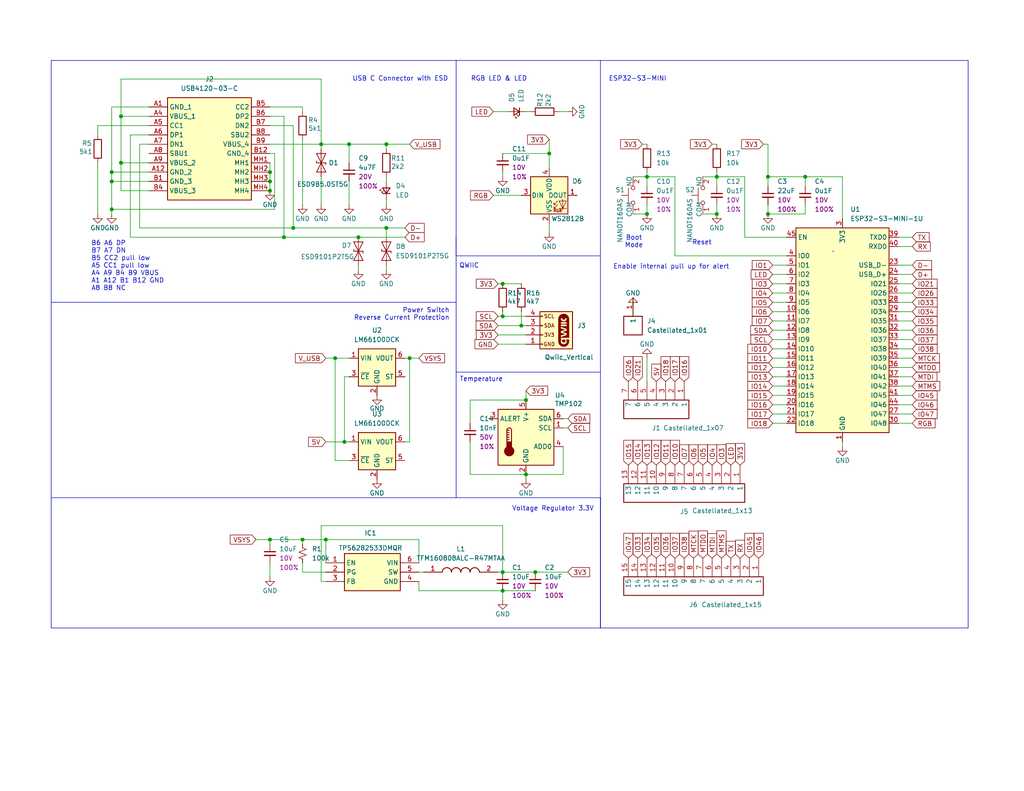
<source format=kicad_sch>
(kicad_sch (version 20250114) (generator "eeschema") (generator_version "9.0")
  (paper "USLetter")
  (title_block (title "ESP32-S3-MINI") (date "2026-02-08") (rev "1.0") (comment 1 "Urs Utzinger"))
  (circle (center 227.33 68.58) (radius 0.0001))
  (text "Voltage Regulator 3.3V" (at 150.876 138.938 0) (effects (font (size 1.27 1.27))))
  (text "Boot\nMode" (at 172.974 66.04 0) (effects (font (size 1.27 1.27))))
  (text "ESP32-S3-MINI" (at 173.99 21.59 0) (effects (font (size 1.27 1.27))))
  (text "Power Switch\nReverse Current Protection" (at 122.682 85.852 0) (effects (font (size 1.27 1.27)) (justify right)))
  (text "Temperature" (at 131.318 103.632 0) (effects (font (size 1.27 1.27))))
  (text "RGB LED & LED" (at 136.144 21.59 0) (effects (font (size 1.27 1.27))))
  (text "Reset" (at 191.516 66.294 0) (effects (font (size 1.27 1.27))))
  (text "Enable internal pull up for alert" (at 183.134 72.898 0) (effects (font (size 1.27 1.27))))
  (text "B6 A6 DP\nB7 A7 DN\nB5 CC2 pull low\nA5 CC1 pull low\nA4 A9 B4 B9 VBUS\nA1 A12 B1 B12 GND\nA8 B8 NC\n" (at 24.892 72.644 0) (effects (font (size 1.27 1.27)) (justify left)))
  (text "USB C Connector with ESD" (at 109.22 21.59 0) (effects (font (size 1.27 1.27))))
  (text "QWIIC\n" (at 128.016 72.644 0) (effects (font (size 1.27 1.27))))
  (junction (at 73.66 147.32))
  (junction (at 105.41 62.23))
  (junction (at 143.51 129.54))
  (junction (at 95.25 39.37))
  (junction (at 82.55 147.32))
  (junction (at 195.58 48.26))
  (junction (at 33.02 31.75))
  (junction (at 105.41 39.37))
  (junction (at 77.47 64.77))
  (junction (at 111.76 97.79))
  (junction (at 219.71 48.26))
  (junction (at 30.48 46.99))
  (junction (at 137.16 161.29))
  (junction (at 30.48 49.53))
  (junction (at 176.53 58.42))
  (junction (at 33.02 44.45))
  (junction (at 146.05 156.21))
  (junction (at 93.98 120.65))
  (junction (at 73.66 52.07))
  (junction (at 137.16 156.21))
  (junction (at 143.51 109.22))
  (junction (at 97.79 64.77))
  (junction (at 80.01 62.23))
  (junction (at 88.9 147.32))
  (junction (at 195.58 58.42))
  (junction (at 87.63 39.37))
  (junction (at 73.66 46.99))
  (junction (at 137.16 77.47))
  (junction (at 30.48 57.15))
  (junction (at 142.24 88.9))
  (junction (at 149.86 41.91))
  (junction (at 209.55 58.42))
  (junction (at 176.53 48.26))
  (junction (at 209.55 48.26))
  (junction (at 73.66 49.53))
  (junction (at 137.16 86.36))
  (junction (at 91.44 97.79))
  (wire (pts (xy 110.49 97.79) (xy 111.76 97.79)))
  (wire (pts (xy 137.16 46.99) (xy 137.16 48.26)))
  (polyline (pts (xy 124.46 82.55) (xy 13.97 82.55)) (stroke (width 0) (type solid)))
  (wire (pts (xy 219.71 50.8) (xy 219.71 48.26)))
  (wire (pts (xy 210.82 80.01) (xy 214.63 80.01)))
  (wire (pts (xy 91.44 97.79) (xy 95.25 97.79)))
  (wire (pts (xy 87.63 143.51) (xy 137.16 143.51)))
  (wire (pts (xy 184.15 48.26) (xy 184.15 69.85)))
  (wire (pts (xy 210.82 105.41) (xy 214.63 105.41)))
  (wire (pts (xy 30.48 49.53) (xy 30.48 57.15)))
  (wire (pts (xy 229.87 120.65) (xy 229.87 121.92)))
  (wire (pts (xy 88.9 156.21) (xy 82.55 156.21)))
  (wire (pts (xy 172.72 81.28) (xy 172.72 83.82)))
  (polyline (pts (xy 124.46 101.6) (xy 163.83 101.6)) (stroke (width 0) (type solid)))
  (polyline (pts (xy 264.16 16.51) (xy 264.16 171.45)) (stroke (width 0) (type solid)))
  (wire (pts (xy 77.47 31.75) (xy 77.47 64.77)))
  (wire (pts (xy 149.86 60.96) (xy 149.86 63.5)))
  (wire (pts (xy 26.67 44.45) (xy 26.67 58.42)))
  (wire (pts (xy 105.41 40.64) (xy 105.41 39.37)))
  (wire (pts (xy 153.67 121.92) (xy 153.67 129.54)))
  (wire (pts (xy 26.67 34.29) (xy 26.67 36.83)))
  (wire (pts (xy 105.41 48.26) (xy 105.41 49.53)))
  (polyline (pts (xy 163.83 69.85) (xy 124.46 69.85)) (stroke (width 0) (type solid)))
  (wire (pts (xy 153.67 129.54) (xy 143.51 129.54)))
  (wire (pts (xy 82.55 156.21) (xy 82.55 153.67)))
  (wire (pts (xy 195.58 46.99) (xy 195.58 48.26)))
  (wire (pts (xy 245.11 105.41) (xy 248.92 105.41)))
  (wire (pts (xy 175.26 39.37) (xy 176.53 39.37)))
  (wire (pts (xy 97.79 72.39) (xy 97.79 73.66)))
  (wire (pts (xy 172.72 58.42) (xy 176.53 58.42)))
  (wire (pts (xy 91.44 125.73) (xy 95.25 125.73)))
  (wire (pts (xy 26.67 34.29) (xy 40.64 34.29)))
  (wire (pts (xy 248.92 92.71) (xy 245.11 92.71)))
  (wire (pts (xy 210.82 110.49) (xy 214.63 110.49)))
  (wire (pts (xy 95.25 49.53) (xy 95.25 55.88)))
  (wire (pts (xy 135.89 91.44) (xy 143.51 91.44)))
  (wire (pts (xy 149.86 41.91) (xy 149.86 45.72)))
  (wire (pts (xy 73.66 147.32) (xy 73.66 148.59)))
  (wire (pts (xy 248.92 87.63) (xy 245.11 87.63)))
  (wire (pts (xy 30.48 49.53) (xy 40.64 49.53)))
  (wire (pts (xy 245.11 74.93) (xy 248.92 74.93)))
  (wire (pts (xy 128.27 120.65) (xy 128.27 129.54)))
  (polyline (pts (xy 163.83 16.51) (xy 163.83 133.35)) (stroke (width 0) (type solid)))
  (wire (pts (xy 248.92 85.09) (xy 245.11 85.09)))
  (wire (pts (xy 88.9 153.67) (xy 88.9 147.32)))
  (wire (pts (xy 82.55 147.32) (xy 88.9 147.32)))
  (wire (pts (xy 73.66 46.99) (xy 73.66 49.53)))
  (wire (pts (xy 33.02 31.75) (xy 40.64 31.75)))
  (wire (pts (xy 82.55 29.21) (xy 82.55 30.48)))
  (wire (pts (xy 137.16 86.36) (xy 143.51 86.36)))
  (wire (pts (xy 105.41 54.61) (xy 105.41 55.88)))
  (wire (pts (xy 93.98 102.87) (xy 95.25 102.87)))
  (wire (pts (xy 143.51 109.22) (xy 128.27 109.22)))
  (wire (pts (xy 209.55 39.37) (xy 209.55 48.26)))
  (wire (pts (xy 203.2 64.77) (xy 214.63 64.77)))
  (polyline (pts (xy 13.97 135.89) (xy 124.46 135.89)) (stroke (width 0) (type solid)))
  (wire (pts (xy 143.51 106.68) (xy 143.51 109.22)))
  (polyline (pts (xy 163.83 135.89) (xy 163.83 133.35)) (stroke (width 0) (type solid)))
  (wire (pts (xy 111.76 97.79) (xy 114.3 97.79)))
  (wire (pts (xy 210.82 115.57) (xy 214.63 115.57)))
  (wire (pts (xy 35.56 64.77) (xy 77.47 64.77)))
  (wire (pts (xy 153.67 114.3) (xy 154.94 114.3)))
  (wire (pts (xy 195.58 48.26) (xy 203.2 48.26)))
  (wire (pts (xy 30.48 46.99) (xy 40.64 46.99)))
  (wire (pts (xy 153.67 116.84) (xy 154.94 116.84)))
  (wire (pts (xy 33.02 31.75) (xy 33.02 44.45)))
  (wire (pts (xy 210.82 97.79) (xy 214.63 97.79)))
  (wire (pts (xy 30.48 57.15) (xy 30.48 58.42)))
  (wire (pts (xy 219.71 48.26) (xy 229.87 48.26)))
  (wire (pts (xy 87.63 21.59) (xy 87.63 39.37)))
  (wire (pts (xy 219.71 55.88) (xy 219.71 58.42)))
  (wire (pts (xy 210.82 82.55) (xy 214.63 82.55)))
  (wire (pts (xy 30.48 29.21) (xy 40.64 29.21)))
  (wire (pts (xy 69.85 147.32) (xy 73.66 147.32)))
  (wire (pts (xy 128.27 109.22) (xy 128.27 115.57)))
  (wire (pts (xy 95.25 39.37) (xy 105.41 39.37)))
  (wire (pts (xy 210.82 74.93) (xy 214.63 74.93)))
  (wire (pts (xy 219.71 48.26) (xy 209.55 48.26)))
  (wire (pts (xy 229.87 48.26) (xy 229.87 59.69)))
  (wire (pts (xy 30.48 29.21) (xy 30.48 46.99)))
  (wire (pts (xy 88.9 158.75) (xy 87.63 158.75)))
  (wire (pts (xy 248.92 113.03) (xy 245.11 113.03)))
  (polyline (pts (xy 13.97 82.55) (xy 13.97 137.16)) (stroke (width 0) (type solid)))
  (wire (pts (xy 91.44 97.79) (xy 91.44 125.73)))
  (wire (pts (xy 135.89 93.98) (xy 143.51 93.98)))
  (wire (pts (xy 88.9 120.65) (xy 93.98 120.65)))
  (wire (pts (xy 184.15 69.85) (xy 214.63 69.85)))
  (wire (pts (xy 105.41 64.77) (xy 105.41 62.23)))
  (wire (pts (xy 135.89 156.21) (xy 137.16 156.21)))
  (wire (pts (xy 73.66 34.29) (xy 80.01 34.29)))
  (wire (pts (xy 210.82 113.03) (xy 214.63 113.03)))
  (wire (pts (xy 93.98 102.87) (xy 93.98 120.65)))
  (wire (pts (xy 248.92 77.47) (xy 245.11 77.47)))
  (wire (pts (xy 73.66 29.21) (xy 82.55 29.21)))
  (wire (pts (xy 88.9 97.79) (xy 91.44 97.79)))
  (wire (pts (xy 194.31 39.37) (xy 195.58 39.37)))
  (wire (pts (xy 135.89 77.47) (xy 137.16 77.47)))
  (wire (pts (xy 149.86 38.1) (xy 149.86 41.91)))
  (wire (pts (xy 35.56 36.83) (xy 35.56 64.77)))
  (polyline (pts (xy 124.46 69.85) (xy 124.46 64.77)) (stroke (width 0) (type solid)))
  (wire (pts (xy 73.66 147.32) (xy 82.55 147.32)))
  (wire (pts (xy 73.66 31.75) (xy 77.47 31.75)))
  (wire (pts (xy 87.63 48.26) (xy 87.63 55.88)))
  (wire (pts (xy 203.2 48.26) (xy 203.2 64.77)))
  (wire (pts (xy 82.55 147.32) (xy 82.55 148.59)))
  (wire (pts (xy 146.05 156.21) (xy 154.94 156.21)))
  (wire (pts (xy 245.11 102.87) (xy 248.92 102.87)))
  (wire (pts (xy 38.1 39.37) (xy 40.64 39.37)))
  (wire (pts (xy 73.66 49.53) (xy 73.66 52.07)))
  (polyline (pts (xy 124.46 16.51) (xy 163.83 16.51)))
  (wire (pts (xy 77.47 64.77) (xy 97.79 64.77)))
  (wire (pts (xy 30.48 46.99) (xy 30.48 49.53)))
  (polyline (pts (xy 163.83 171.45) (xy 163.83 135.89)) (stroke (width 0) (type solid)))
  (wire (pts (xy 38.1 62.23) (xy 38.1 39.37)))
  (wire (pts (xy 114.3 147.32) (xy 114.3 153.67)))
  (wire (pts (xy 74.93 41.91) (xy 73.66 41.91)))
  (wire (pts (xy 248.92 110.49) (xy 245.11 110.49)))
  (polyline (pts (xy 13.97 137.16) (xy 13.97 171.45)) (stroke (width 0) (type solid)))
  (polyline (pts (xy 13.97 171.45) (xy 163.83 171.45)) (stroke (width 0) (type solid)))
  (wire (pts (xy 191.77 48.26) (xy 195.58 48.26)))
  (wire (pts (xy 33.02 44.45) (xy 40.64 44.45)))
  (wire (pts (xy 80.01 34.29) (xy 80.01 62.23)))
  (wire (pts (xy 210.82 90.17) (xy 214.63 90.17)))
  (wire (pts (xy 73.66 39.37) (xy 87.63 39.37)))
  (wire (pts (xy 210.82 102.87) (xy 214.63 102.87)))
  (wire (pts (xy 40.64 52.07) (xy 33.02 52.07)))
  (wire (pts (xy 137.16 41.91) (xy 149.86 41.91)))
  (wire (pts (xy 73.66 44.45) (xy 73.66 46.99)))
  (wire (pts (xy 114.3 158.75) (xy 114.3 161.29)))
  (wire (pts (xy 105.41 72.39) (xy 105.41 73.66)))
  (wire (pts (xy 142.24 88.9) (xy 143.51 88.9)))
  (wire (pts (xy 210.82 92.71) (xy 214.63 92.71)))
  (wire (pts (xy 33.02 21.59) (xy 87.63 21.59)))
  (polyline (pts (xy 264.16 171.45) (xy 163.83 171.45)) (stroke (width 0) (type solid)))
  (polyline (pts (xy 13.97 16.51) (xy 13.97 82.55)) (stroke (width 0) (type solid)))
  (wire (pts (xy 245.11 64.77) (xy 248.92 64.77)))
  (wire (pts (xy 88.9 147.32) (xy 114.3 147.32)))
  (wire (pts (xy 176.53 97.79) (xy 176.53 104.14)))
  (wire (pts (xy 209.55 55.88) (xy 209.55 58.42)))
  (wire (pts (xy 172.72 48.26) (xy 176.53 48.26)))
  (wire (pts (xy 105.41 62.23) (xy 110.49 62.23)))
  (wire (pts (xy 245.11 100.33) (xy 248.92 100.33)))
  (wire (pts (xy 135.89 86.36) (xy 137.16 86.36)))
  (wire (pts (xy 245.11 72.39) (xy 248.92 72.39)))
  (wire (pts (xy 137.16 77.47) (xy 142.24 77.47)))
  (wire (pts (xy 210.82 100.33) (xy 214.63 100.33)))
  (wire (pts (xy 210.82 85.09) (xy 214.63 85.09)))
  (wire (pts (xy 245.11 67.31) (xy 248.92 67.31)))
  (wire (pts (xy 210.82 72.39) (xy 214.63 72.39)))
  (wire (pts (xy 176.53 55.88) (xy 176.53 58.42)))
  (wire (pts (xy 137.16 85.09) (xy 137.16 86.36)))
  (wire (pts (xy 114.3 156.21) (xy 115.57 156.21)))
  (wire (pts (xy 143.51 129.54) (xy 143.51 130.81)))
  (wire (pts (xy 74.93 57.15) (xy 30.48 57.15)))
  (wire (pts (xy 87.63 39.37) (xy 87.63 40.64)))
  (wire (pts (xy 245.11 95.25) (xy 248.92 95.25)))
  (wire (pts (xy 80.01 62.23) (xy 105.41 62.23)))
  (wire (pts (xy 152.4 30.48) (xy 154.94 30.48)))
  (wire (pts (xy 195.58 50.8) (xy 195.58 48.26)))
  (wire (pts (xy 134.62 53.34) (xy 142.24 53.34)))
  (wire (pts (xy 105.41 39.37) (xy 111.76 39.37)))
  (wire (pts (xy 33.02 31.75) (xy 33.02 21.59)))
  (wire (pts (xy 195.58 55.88) (xy 195.58 58.42)))
  (wire (pts (xy 137.16 143.51) (xy 137.16 156.21)))
  (wire (pts (xy 87.63 39.37) (xy 95.25 39.37)))
  (wire (pts (xy 142.24 85.09) (xy 142.24 88.9)))
  (wire (pts (xy 210.82 87.63) (xy 214.63 87.63)))
  (wire (pts (xy 137.16 156.21) (xy 146.05 156.21)))
  (wire (pts (xy 137.16 161.29) (xy 137.16 163.83)))
  (wire (pts (xy 33.02 44.45) (xy 33.02 52.07)))
  (wire (pts (xy 114.3 161.29) (xy 137.16 161.29)))
  (wire (pts (xy 248.92 90.17) (xy 245.11 90.17)))
  (wire (pts (xy 209.55 58.42) (xy 219.71 58.42)))
  (wire (pts (xy 208.28 39.37) (xy 209.55 39.37)))
  (wire (pts (xy 245.11 97.79) (xy 248.92 97.79)))
  (wire (pts (xy 176.53 46.99) (xy 176.53 48.26)))
  (wire (pts (xy 97.79 64.77) (xy 110.49 64.77)))
  (wire (pts (xy 137.16 161.29) (xy 146.05 161.29)))
  (wire (pts (xy 128.27 129.54) (xy 143.51 129.54)))
  (polyline (pts (xy 13.97 16.51) (xy 124.46 16.51)) (stroke (width 0) (type solid)))
  (wire (pts (xy 210.82 107.95) (xy 214.63 107.95)))
  (wire (pts (xy 111.76 120.65) (xy 111.76 97.79)))
  (wire (pts (xy 93.98 120.65) (xy 95.25 120.65)))
  (wire (pts (xy 38.1 62.23) (xy 80.01 62.23)))
  (wire (pts (xy 191.77 58.42) (xy 195.58 58.42)))
  (wire (pts (xy 248.92 80.01) (xy 245.11 80.01)))
  (wire (pts (xy 87.63 158.75) (xy 87.63 143.51)))
  (polyline (pts (xy 163.83 171.45) (xy 163.83 135.89)) (stroke (width 0) (type solid)))
  (wire (pts (xy 73.66 153.67) (xy 73.66 157.48)))
  (wire (pts (xy 176.53 50.8) (xy 176.53 48.26)))
  (wire (pts (xy 134.62 30.48) (xy 138.43 30.48)))
  (wire (pts (xy 245.11 115.57) (xy 248.92 115.57)))
  (wire (pts (xy 74.93 41.91) (xy 74.93 57.15)))
  (wire (pts (xy 248.92 82.55) (xy 245.11 82.55)))
  (polyline (pts (xy 124.46 135.89) (xy 163.83 135.89)) (stroke (width 0) (type solid)))
  (polyline (pts (xy 163.83 16.51) (xy 264.16 16.51)) (stroke (width 0) (type solid)))
  (wire (pts (xy 210.82 95.25) (xy 214.63 95.25)))
  (wire (pts (xy 245.11 107.95) (xy 248.92 107.95)))
  (wire (pts (xy 143.51 30.48) (xy 144.78 30.48)))
  (wire (pts (xy 209.55 50.8) (xy 209.55 48.26)))
  (wire (pts (xy 110.49 120.65) (xy 111.76 120.65)))
  (wire (pts (xy 95.25 39.37) (xy 95.25 44.45)))
  (wire (pts (xy 176.53 48.26) (xy 184.15 48.26)))
  (polyline (pts (xy 124.46 135.89) (xy 124.46 16.51)) (stroke (width 0) (type solid)))
  (wire (pts (xy 135.89 88.9) (xy 142.24 88.9)))
  (wire (pts (xy 210.82 77.47) (xy 214.63 77.47)))
  (wire (pts (xy 82.55 38.1) (xy 82.55 55.88)))
  (wire (pts (xy 40.64 36.83) (xy 35.56 36.83)))
  (global_label "IO18" (shape input) (at 181.61 104.14 90) (property "Intersheetrefs" "${INTERSHEET_REFS}" (effects (hide yes))))
  (global_label "IO3" (shape input) (at 196.85 127 90) (property "Intersheetrefs" "${INTERSHEET_REFS}" (effects (hide yes))))
  (global_label "VSYS" (shape input) (at 69.85 147.32 180) (property "Intersheetrefs" "${INTERSHEET_REFS}" (effects (hide yes))))
  (global_label "V_USB" (shape input) (at 88.9 97.79 180) (property "Intersheetrefs" "${INTERSHEET_REFS}" (effects (hide yes))))
  (global_label "IO35" (shape input) (at 248.92 87.63 0) (property "Intersheetrefs" "${INTERSHEET_REFS}" (effects (hide yes))))
  (global_label "LED" (shape input) (at 199.39 127 90) (property "Intersheetrefs" "${INTERSHEET_REFS}" (effects (hide yes))))
  (global_label "IO36" (shape input) (at 248.92 90.17 0) (property "Intersheetrefs" "${INTERSHEET_REFS}" (effects (hide yes))))
  (global_label "IO10" (shape input) (at 184.15 127 90) (property "Intersheetrefs" "${INTERSHEET_REFS}" (effects (hide yes))))
  (global_label "IO47" (shape input) (at 248.92 113.03 0) (property "Intersheetrefs" "${INTERSHEET_REFS}" (effects (hide yes))))
  (global_label "D-" (shape input) (at 110.49 62.23 0) (property "Intersheetrefs" "${INTERSHEET_REFS}" (effects (hide yes))))
  (global_label "TX" (shape input) (at 199.39 152.4 90) (property "Intersheetrefs" "${INTERSHEET_REFS}" (effects (hide yes))))
  (global_label "3V3" (shape input) (at 208.28 39.37 180) (property "Intersheetrefs" "${INTERSHEET_REFS}" (effects (hide yes))))
  (global_label "IO13" (shape input) (at 176.53 127 90) (property "Intersheetrefs" "${INTERSHEET_REFS}" (effects (hide yes))))
  (global_label "IO33" (shape input) (at 248.92 82.55 0) (property "Intersheetrefs" "${INTERSHEET_REFS}" (effects (hide yes))))
  (global_label "IO12" (shape input) (at 179.07 127 90) (property "Intersheetrefs" "${INTERSHEET_REFS}" (effects (hide yes))))
  (global_label "IO45" (shape input) (at 204.47 152.4 90) (property "Intersheetrefs" "${INTERSHEET_REFS}" (effects (hide yes))))
  (global_label "3V3" (shape input) (at 149.86 38.1 180) (property "Intersheetrefs" "${INTERSHEET_REFS}" (effects (hide yes))))
  (global_label "IO36" (shape input) (at 181.61 152.4 90) (property "Intersheetrefs" "${INTERSHEET_REFS}" (effects (hide yes))))
  (global_label "IO7" (shape input) (at 210.82 87.63 180) (property "Intersheetrefs" "${INTERSHEET_REFS}" (effects (hide yes))))
  (global_label "SCL" (shape input) (at 135.89 86.36 180) (property "Intersheetrefs" "${INTERSHEET_REFS}" (effects (hide yes))))
  (global_label "IO34" (shape input) (at 176.53 152.4 90) (property "Intersheetrefs" "${INTERSHEET_REFS}" (effects (hide yes))))
  (global_label "5V" (shape input) (at 179.07 104.14 90) (property "Intersheetrefs" "${INTERSHEET_REFS}" (effects (hide yes))))
  (global_label "IO14" (shape input) (at 173.99 127 90) (property "Intersheetrefs" "${INTERSHEET_REFS}" (effects (hide yes))))
  (global_label "D-" (shape input) (at 248.92 72.39 0) (property "Intersheetrefs" "${INTERSHEET_REFS}" (effects (hide yes))))
  (global_label "IO46" (shape input) (at 248.92 110.49 0) (property "Intersheetrefs" "${INTERSHEET_REFS}" (effects (hide yes))))
  (global_label "MTCK" (shape input) (at 248.92 97.79 0) (property "Intersheetrefs" "${INTERSHEET_REFS}" (effects (hide yes))))
  (global_label "LED" (shape input) (at 134.62 30.48 180) (property "Intersheetrefs" "${INTERSHEET_REFS}" (effects (hide yes))))
  (global_label "IO45" (shape input) (at 248.92 107.95 0) (property "Intersheetrefs" "${INTERSHEET_REFS}" (effects (hide yes))))
  (global_label "IO21" (shape input) (at 173.99 104.14 90) (property "Intersheetrefs" "${INTERSHEET_REFS}" (effects (hide yes))))
  (global_label "IO33" (shape input) (at 173.99 152.4 90) (property "Intersheetrefs" "${INTERSHEET_REFS}" (effects (hide yes))))
  (global_label "RGB" (shape input) (at 248.92 115.57 0) (property "Intersheetrefs" "${INTERSHEET_REFS}" (effects (hide yes))))
  (global_label "IO38" (shape input) (at 248.92 95.25 0) (property "Intersheetrefs" "${INTERSHEET_REFS}" (effects (hide yes))))
  (global_label "V_USB" (shape input) (at 111.76 39.37 0) (property "Intersheetrefs" "${INTERSHEET_REFS}" (effects (hide yes))))
  (global_label "IO37" (shape input) (at 184.15 152.4 90) (property "Intersheetrefs" "${INTERSHEET_REFS}" (effects (hide yes))))
  (global_label "3V3" (shape input) (at 135.89 91.44 180) (property "Intersheetrefs" "${INTERSHEET_REFS}" (effects (hide yes))))
  (global_label "3V3" (shape input) (at 154.94 156.21 0) (property "Intersheetrefs" "${INTERSHEET_REFS}" (effects (hide yes))))
  (global_label "IO1" (shape input) (at 210.82 72.39 180) (property "Intersheetrefs" "${INTERSHEET_REFS}" (effects (hide yes))))
  (global_label "VSYS" (shape input) (at 114.3 97.79 0) (property "Intersheetrefs" "${INTERSHEET_REFS}" (effects (hide yes))))
  (global_label "IO6" (shape input) (at 210.82 85.09 180) (property "Intersheetrefs" "${INTERSHEET_REFS}" (effects (hide yes))))
  (global_label "IO11" (shape input) (at 181.61 127 90) (property "Intersheetrefs" "${INTERSHEET_REFS}" (effects (hide yes))))
  (global_label "IO6" (shape input) (at 189.23 127 90) (property "Intersheetrefs" "${INTERSHEET_REFS}" (effects (hide yes))))
  (global_label "RX" (shape input) (at 201.93 152.4 90) (property "Intersheetrefs" "${INTERSHEET_REFS}" (effects (hide yes))))
  (global_label "IO15" (shape input) (at 171.45 127 90) (property "Intersheetrefs" "${INTERSHEET_REFS}" (effects (hide yes))))
  (global_label "LED" (shape input) (at 210.82 74.93 180) (property "Intersheetrefs" "${INTERSHEET_REFS}" (effects (hide yes))))
  (global_label "RGB" (shape input) (at 134.62 53.34 180) (property "Intersheetrefs" "${INTERSHEET_REFS}" (effects (hide yes))))
  (global_label "SCL" (shape input) (at 210.82 92.71 180) (property "Intersheetrefs" "${INTERSHEET_REFS}" (effects (hide yes))))
  (global_label "IO11" (shape input) (at 210.82 97.79 180) (property "Intersheetrefs" "${INTERSHEET_REFS}" (effects (hide yes))))
  (global_label "IO26" (shape input) (at 248.92 80.01 0) (property "Intersheetrefs" "${INTERSHEET_REFS}" (effects (hide yes))))
  (global_label "IO7" (shape input) (at 186.69 127 90) (property "Intersheetrefs" "${INTERSHEET_REFS}" (effects (hide yes))))
  (global_label "3V3" (shape input) (at 175.26 39.37 180) (property "Intersheetrefs" "${INTERSHEET_REFS}" (effects (hide yes))))
  (global_label "3V3" (shape input) (at 194.31 39.37 180) (property "Intersheetrefs" "${INTERSHEET_REFS}" (effects (hide yes))))
  (global_label "MTDI" (shape input) (at 248.92 102.87 0) (property "Intersheetrefs" "${INTERSHEET_REFS}" (effects (hide yes))))
  (global_label "IO37" (shape input) (at 248.92 92.71 0) (property "Intersheetrefs" "${INTERSHEET_REFS}" (effects (hide yes))))
  (global_label "IO34" (shape input) (at 248.92 85.09 0) (property "Intersheetrefs" "${INTERSHEET_REFS}" (effects (hide yes))))
  (global_label "IO35" (shape input) (at 179.07 152.4 90) (property "Intersheetrefs" "${INTERSHEET_REFS}" (effects (hide yes))))
  (global_label "IO16" (shape input) (at 210.82 110.49 180) (property "Intersheetrefs" "${INTERSHEET_REFS}" (effects (hide yes))))
  (global_label "IO21" (shape input) (at 248.92 77.47 0) (property "Intersheetrefs" "${INTERSHEET_REFS}" (effects (hide yes))))
  (global_label "5V" (shape input) (at 88.9 120.65 180) (property "Intersheetrefs" "${INTERSHEET_REFS}" (effects (hide yes))))
  (global_label "TX" (shape input) (at 248.92 64.77 0) (property "Intersheetrefs" "${INTERSHEET_REFS}" (effects (hide yes))))
  (global_label "3V3" (shape input) (at 143.51 106.68 0) (property "Intersheetrefs" "${INTERSHEET_REFS}" (effects (hide yes))))
  (global_label "3V3" (shape input) (at 201.93 127 90) (property "Intersheetrefs" "${INTERSHEET_REFS}" (effects (hide yes))))
  (global_label "MTMS" (shape input) (at 196.85 152.4 90) (property "Intersheetrefs" "${INTERSHEET_REFS}" (effects (hide yes))))
  (global_label "MTDI" (shape input) (at 194.31 152.4 90) (property "Intersheetrefs" "${INTERSHEET_REFS}" (effects (hide yes))))
  (global_label "MTCK" (shape input) (at 189.23 152.4 90) (property "Intersheetrefs" "${INTERSHEET_REFS}" (effects (hide yes))))
  (global_label "SDA" (shape input) (at 210.82 90.17 180) (property "Intersheetrefs" "${INTERSHEET_REFS}" (effects (hide yes))))
  (global_label "IO38" (shape input) (at 186.69 152.4 90) (property "Intersheetrefs" "${INTERSHEET_REFS}" (effects (hide yes))))
  (global_label "D+" (shape input) (at 110.49 64.77 0) (property "Intersheetrefs" "${INTERSHEET_REFS}" (effects (hide yes))))
  (global_label "IO14" (shape input) (at 210.82 105.41 180) (property "Intersheetrefs" "${INTERSHEET_REFS}" (effects (hide yes))))
  (global_label "IO26" (shape input) (at 171.45 104.14 90) (property "Intersheetrefs" "${INTERSHEET_REFS}" (effects (hide yes))))
  (global_label "IO17" (shape input) (at 210.82 113.03 180) (property "Intersheetrefs" "${INTERSHEET_REFS}" (effects (hide yes))))
  (global_label "MTDO" (shape input) (at 191.77 152.4 90) (property "Intersheetrefs" "${INTERSHEET_REFS}" (effects (hide yes))))
  (global_label "IO12" (shape input) (at 210.82 100.33 180) (property "Intersheetrefs" "${INTERSHEET_REFS}" (effects (hide yes))))
  (global_label "IO18" (shape input) (at 210.82 115.57 180) (property "Intersheetrefs" "${INTERSHEET_REFS}" (effects (hide yes))))
  (global_label "IO5" (shape input) (at 191.77 127 90) (property "Intersheetrefs" "${INTERSHEET_REFS}" (effects (hide yes))))
  (global_label "IO4" (shape input) (at 210.82 80.01 180) (property "Intersheetrefs" "${INTERSHEET_REFS}" (effects (hide yes))))
  (global_label "IO46" (shape input) (at 207.01 152.4 90) (property "Intersheetrefs" "${INTERSHEET_REFS}" (effects (hide yes))))
  (global_label "IO47" (shape input) (at 171.45 152.4 90) (property "Intersheetrefs" "${INTERSHEET_REFS}" (effects (hide yes))))
  (global_label "IO16" (shape input) (at 186.69 104.14 90) (property "Intersheetrefs" "${INTERSHEET_REFS}" (effects (hide yes))))
  (global_label "IO15" (shape input) (at 210.82 107.95 180) (property "Intersheetrefs" "${INTERSHEET_REFS}" (effects (hide yes))))
  (global_label "3V3" (shape input) (at 135.89 77.47 180) (property "Intersheetrefs" "${INTERSHEET_REFS}" (effects (hide yes))))
  (global_label "IO17" (shape input) (at 184.15 104.14 90) (property "Intersheetrefs" "${INTERSHEET_REFS}" (effects (hide yes))))
  (global_label "SCL" (shape input) (at 154.94 116.84 0) (property "Intersheetrefs" "${INTERSHEET_REFS}" (effects (hide yes))))
  (global_label "RX" (shape input) (at 248.92 67.31 0) (property "Intersheetrefs" "${INTERSHEET_REFS}" (effects (hide yes))))
  (global_label "IO3" (shape input) (at 210.82 77.47 180) (property "Intersheetrefs" "${INTERSHEET_REFS}" (effects (hide yes))))
  (global_label "MTDO" (shape input) (at 248.92 100.33 0) (property "Intersheetrefs" "${INTERSHEET_REFS}" (effects (hide yes))))
  (global_label "MTMS" (shape input) (at 248.92 105.41 0) (property "Intersheetrefs" "${INTERSHEET_REFS}" (effects (hide yes))))
  (global_label "IO4" (shape input) (at 194.31 127 90) (property "Intersheetrefs" "${INTERSHEET_REFS}" (effects (hide yes))))
  (global_label "IO5" (shape input) (at 210.82 82.55 180) (property "Intersheetrefs" "${INTERSHEET_REFS}" (effects (hide yes))))
  (global_label "IO10" (shape input) (at 210.82 95.25 180) (property "Intersheetrefs" "${INTERSHEET_REFS}" (effects (hide yes))))
  (global_label "SDA" (shape input) (at 135.89 88.9 180) (property "Intersheetrefs" "${INTERSHEET_REFS}" (effects (hide yes))))
  (global_label "D+" (shape input) (at 248.92 74.93 0) (property "Intersheetrefs" "${INTERSHEET_REFS}" (effects (hide yes))))
  (global_label "SDA" (shape input) (at 154.94 114.3 0) (property "Intersheetrefs" "${INTERSHEET_REFS}" (effects (hide yes))))
  (global_label "GND" (shape input) (at 135.89 93.98 180) (property "Intersheetrefs" "${INTERSHEET_REFS}" (effects (hide yes))))
  (global_label "IO13" (shape input) (at 210.82 102.87 180) (property "Intersheetrefs" "${INTERSHEET_REFS}" (effects (hide yes))))
  (symbol (lib_id "PCM_SparkFun-PowerSymbol:GND") (at 73.66 52.07 0) (unit 1)
    (property "Reference" "#PWR032" (effects (hide yes)))
    (property "Value" "GND" (at 73.66 55.88 0))
    (property "Description" "Power symbol creates a global label with name \"GND\" , ground" (effects (hide yes)))
  )
  (symbol (lib_id "PCM_SparkFun-PowerSymbol:GND") (at 30.48 58.42 0) (unit 1)
    (property "Reference" "#PWR017" (effects (hide yes)))
    (property "Value" "GND" (at 30.48 62.23 0))
    (property "Description" "Power symbol creates a global label with name \"GND\" , ground" (effects (hide yes)))
  )
  (symbol (lib_id "Device:R") (at 82.55 34.29 0) (unit 1)
    (property "Reference" "R4" (at 84.074 32.766 0) (effects (justify left)))
    (property "Value" "5k1" (at 84.074 35.052 0) (effects (justify left)))
    (property "Footprint" "PCM_SparkFun-Resistor:R_0402_1005Metric" (effects (hide yes)))
    (property "Description" "Resistor" (effects (hide yes)))
  )
  (symbol (lib_id "PCM_SparkFun-PowerSymbol:GND") (at 95.25 55.88 0) (unit 1)
    (property "Reference" "#PWR016" (effects (hide yes)))
    (property "Value" "GND" (at 95.25 59.69 0))
    (property "Description" "Power symbol creates a global label with name \"GND\" , ground" (effects (hide yes)))
  )
  (symbol (lib_id "ESP32:NANOT160AS") (at 172.72 58.42 90) (unit 1)
    (property "Reference" "S1" (at 167.894 51.816 90) (effects (justify right)))
    (property "Value" "NANOT160AS" (at 169.164 54.102 0) (effects (justify right)))
    (property "Footprint" "ESP32:NANOT160AS" (effects (hide yes)))
    (property "Datasheet" "https://www.ckswitches.com/media/2866/nanot.pdf" (effects (hide yes)))
    (property "Description" "Tactile Switch SPST 20mA 15VDC SMD/SMT Non-Illuminated -40C ~ 85C" (effects (hide yes)))
    (property "Height" "0.65" (effects (hide yes)))
    (property "Mouser Part Number" "611-NANOT160AS" (effects (hide yes)))
    (property "Mouser Price/Stock" "https://www.mouser.co.uk/ProductDetail/CK/NANOT160AS?qs=OlC7AqGiEDnK60t%2FC6IJyA%3D%3D" (effects (hide yes)))
    (property "Manufacturer_Name" "C & K COMPONENTS" (effects (hide yes)))
    (property "Manufacturer_Part_Number" "NANOT160AS" (effects (hide yes)))
  )
  (symbol (lib_id "PCM_SparkFun-PowerSymbol:GND") (at 97.79 73.66 0) (unit 1)
    (property "Reference" "#PWR018" (effects (hide yes)))
    (property "Value" "GND" (at 97.79 77.47 0))
    (property "Description" "Power symbol creates a global label with name \"GND\" , ground" (effects (hide yes)))
  )
  (symbol (lib_id "PCM_SparkFun-Connector:Qwiic_Vertical") (at 148.59 88.9 0) (unit 1)
    (property "Reference" "J3" (at 157.48 88.8999 0) (effects (justify left)))
    (property "Value" "Qwiic_Vertical" (at 148.59 97.536 0) (effects (justify left)))
    (property "Footprint" "PCM_SparkFun-Connector:JST_1x04_P1.0mm_Vertical_SMD" (effects (hide yes)))
    (property "Datasheet" "https://www.jst-mfg.com/product/pdf/eng/eSH.pdf" (effects (hide yes)))
    (property "Description" "4 pin JST 1mm polarized connector for I2C" (effects (hide yes)))
    (property "PROD_ID" "CONN-14483" (effects (hide yes)))
  )
  (symbol (lib_id "Device:R") (at 26.67 40.64 0) (unit 1)
    (property "Reference" "R5" (at 22.352 39.116 0) (effects (justify left)))
    (property "Value" "5k1" (at 21.59 41.402 0) (effects (justify left)))
    (property "Footprint" "PCM_SparkFun-Resistor:R_0402_1005Metric" (effects (hide yes)))
    (property "Description" "Resistor" (effects (hide yes)))
  )
  (symbol (lib_id "Castellated_Connectors:Castellated_1x15") (at 189.23 160.02 270) (unit 1)
    (property "Reference" "J6" (at 189.23 165.1 90))
    (property "Value" "Castellated_1x15" (at 199.644 165.1 90))
    (property "Footprint" "Castellated:Castellated_1x15_P2.54mm_D0.80mm" (effects (hide yes)))
  )
  (symbol (lib_id "PCM_SparkFun-PowerSymbol:GND") (at 143.51 130.81 0) (unit 1)
    (property "Reference" "#PWR026" (effects (hide yes)))
    (property "Value" "GND" (at 143.51 134.62 0))
    (property "Description" "Power symbol creates a global label with name \"GND\" , ground" (effects (hide yes)))
  )
  (symbol (lib_id "PCM_SparkFun-Sensor:TMP102") (at 143.51 119.38 0) (unit 1)
    (property "Reference" "U4" (at 151.384 107.95 0) (effects (justify left)))
    (property "Value" "TMP102" (at 151.384 110.236 0) (effects (justify left)))
    (property "Footprint" "PCM_SparkFun-Semiconductor-Standard:SOT-563" (effects (hide yes)))
    (property "Datasheet" "https://www.ti.com/lit/ds/symlink/tmp102.pdf" (effects (hide yes)))
    (property "Description" "Digital Temperature Sensor, ±3°C, low-Power, SMBus, 12 bit, Two-Wire Serial Interface, SOT-563" (effects (hide yes)))
    (property "PROD_ID" "IC-09303" (effects (hide yes)))
  )
  (symbol (lib_id "PCM_SparkFun-PowerSymbol:GND") (at 102.87 130.81 0) (unit 1)
    (property "Reference" "#PWR08" (effects (hide yes)))
    (property "Value" "GND" (at 102.87 134.62 0))
    (property "Description" "Power symbol creates a global label with name \"GND\" , ground" (effects (hide yes)))
  )
  (symbol (lib_id "PCM_SparkFun-PowerSymbol:GND") (at 26.67 58.42 0) (unit 1)
    (property "Reference" "#PWR015" (effects (hide yes)))
    (property "Value" "GND" (at 26.67 62.23 0))
    (property "Description" "Power symbol creates a global label with name \"GND\" , ground" (effects (hide yes)))
  )
  (symbol (lib_id "Castellated_Connectors:Castellated_1x13") (at 186.69 134.62 270) (unit 1)
    (property "Reference" "J5" (at 186.69 139.7 90))
    (property "Value" "Castellated_1x13" (at 197.104 139.446 90))
    (property "Footprint" "Castellated:Castellated_1x13_P2.54mm_D0.80mm" (effects (hide yes)))
  )
  (symbol (lib_id "PCM_SparkFun-PowerSymbol:GND") (at 105.41 73.66 0) (unit 1)
    (property "Reference" "#PWR028" (effects (hide yes)))
    (property "Value" "GND" (at 105.41 77.47 0))
    (property "Description" "Power symbol creates a global label with name \"GND\" , ground" (effects (hide yes)))
  )
  (symbol (lib_id "PCM_SparkFun-PowerSymbol:GND") (at 154.94 30.48 90) (unit 1)
    (property "Reference" "#PWR023" (effects (hide yes)))
    (property "Value" "GND" (at 158.75 30.48 0))
    (property "Description" "Power symbol creates a global label with name \"GND\" , ground" (effects (hide yes)))
  )
  (symbol (lib_id "PCM_SparkFun-Capacitor:C") (at 146.05 158.75 0) (unit 1)
    (property "Reference" "C2" (at 148.59 154.9462 0) (effects (justify left)))
    (property "Value" "10uF" (at 148.59 157.4862 0) (effects (justify left)))
    (property "Footprint" "PCM_SparkFun-Capacitor:C_0402_1005Metric" (effects (hide yes)))
    (property "Datasheet" "https://cdn.sparkfun.com/assets/8/a/4/a/5/Kemet_Capacitor_Datasheet.pdf" (effects (hide yes)))
    (property "Description" "Unpolarized capacitor" (effects (hide yes)))
    (property "PROD_ID" "CAP-00000" (effects (hide yes)))
    (property "Voltage" "10V" (at 148.59 160.0262 0) (effects (justify left)))
    (property "Tolerance" "100%" (at 148.59 162.5662 0) (effects (justify left)))
  )
  (symbol (lib_id "Power_Management:LM66100DCK") (at 102.87 123.19 0) (unit 1)
    (property "Reference" "U3" (at 102.87 113.03 0))
    (property "Value" "LM66100DCK" (at 102.87 115.57 0))
    (property "Footprint" "Package_TO_SOT_SMD:SOT-363_SC-70-6" (effects (hide yes)))
    (property "Datasheet" "https://www.ti.com/lit/ds/symlink/lm66100.pdf" (effects (hide yes)))
    (property "Description" "Ideal Diode With Input Polarity Protection 1.5 - 5.5V  Input Voltage, 1.5A Output Current, Ron 141 mOhm, SC-70-6" (effects (hide yes)))
  )
  (symbol (lib_id "PCM_SparkFun-LED:WS2812B_2020") (at 149.86 53.34 0) (unit 1)
    (property "Reference" "D6" (at 157.48 49.4598 0))
    (property "Value" "WS2812B" (at 154.94 59.69 0))
    (property "Footprint" "PCM_SparkFun-LED:WS2812_2020" (effects (hide yes)))
    (property "Datasheet" "https://cdn.sparkfun.com/assets/e/1/0/f/b/WS2812C-2020_V1.2_EN_19112716191654.pdf" (effects (hide yes)))
    (property "Description" "RGB LED with integrated controller" (effects (hide yes)))
    (property "PROD_ID" "DIO-15591" (effects (hide yes)))
  )
  (symbol (lib_id "PCM_SparkFun-PowerSymbol:GND") (at 209.55 58.42 0) (unit 1)
    (property "Reference" "#PWR01" (effects (hide yes)))
    (property "Value" "GND" (at 209.55 62.23 0))
    (property "Description" "Power symbol creates a global label with name \"GND\" , ground" (effects (hide yes)))
  )
  (symbol (lib_id "PCM_SparkFun-PowerSymbol:GND") (at 102.87 107.95 0) (unit 1)
    (property "Reference" "#PWR05" (effects (hide yes)))
    (property "Value" "GND" (at 102.87 111.506 0))
    (property "Description" "Power symbol creates a global label with name \"GND\" , ground" (effects (hide yes)))
  )
  (symbol (lib_id "PCM_SparkFun-PowerSymbol:GND") (at 137.16 163.83 0) (unit 1)
    (property "Reference" "#PWR04" (effects (hide yes)))
    (property "Value" "GND" (at 137.16 167.64 0))
    (property "Description" "Power symbol creates a global label with name \"GND\" , ground" (effects (hide yes)))
  )
  (symbol (lib_id "PCM_SparkFun-PowerSymbol:GND") (at 82.55 55.88 0) (unit 1)
    (property "Reference" "#PWR027" (effects (hide yes)))
    (property "Value" "GND" (at 82.55 59.69 0))
    (property "Description" "Power symbol creates a global label with name \"GND\" , ground" (effects (hide yes)))
  )
  (symbol (lib_id "PCM_SparkFun-Capacitor:C") (at 73.66 151.13 0) (unit 1)
    (property "Reference" "C5" (at 76.2 147.3262 0) (effects (justify left)))
    (property "Value" "10uF" (at 76.2 149.8662 0) (effects (justify left)))
    (property "Footprint" "PCM_SparkFun-Capacitor:C_0402_1005Metric" (effects (hide yes)))
    (property "Datasheet" "https://cdn.sparkfun.com/assets/8/a/4/a/5/Kemet_Capacitor_Datasheet.pdf" (effects (hide yes)))
    (property "Description" "Unpolarized capacitor" (effects (hide yes)))
    (property "PROD_ID" "CAP-00000" (effects (hide yes)))
    (property "Voltage" "10V" (at 76.2 152.4062 0) (effects (justify left)))
    (property "Tolerance" "100%" (at 76.2 154.9462 0) (effects (justify left)))
  )
  (symbol (lib_id "ESP32:TFM160808ALC-R47MTAA") (at 115.57 156.21 0) (unit 1)
    (property "Reference" "L1" (at 125.73 149.86 0))
    (property "Value" "TFM160808ALC-R47MTAA" (at 125.73 152.4 0))
    (property "Footprint" "ESP32:INDC1608X75N" (effects (hide yes)))
    (property "Datasheet" "https://product.tdk.com/system/files/dam/doc/product/inductor/inductor/smd/catalog/inductor_commercial_power_tfm160808alc_en.pdf" (effects (hide yes)))
    (property "Description" "SMD / SMT Inductors (Coils), L=0.47?H, L x W x T :" (effects (hide yes)))
    (property "Height" "0.75" (effects (hide yes)))
    (property "Manufacturer_Name" "TDK" (effects (hide yes)))
    (property "Manufacturer_Part_Number" "TFM160808ALC-R47MTAA" (effects (hide yes)))
    (property "Mouser Part Number" "810-TFM160808ALCR47A" (effects (hide yes)))
    (property "Mouser Price/Stock" "https://www.mouser.co.uk/ProductDetail/TDK/TFM160808ALC-R47MTAA?qs=3SnDZBG9J%252B6tokb499UWsQ%3D%3D" (effects (hide yes)))
    (property "Arrow Part Number" "TFM160808ALC-R47MTAA" (effects (hide yes)))
    (property "Arrow Price/Stock" "https://www.arrow.com/en/products/tfm160808alc-r47mtaa/tdk" (effects (hide yes)))
  )
  (symbol (lib_id "PCM_SparkFun-PowerSymbol:GND") (at 105.41 55.88 0) (unit 1)
    (property "Reference" "#PWR021" (effects (hide yes)))
    (property "Value" "GND" (at 105.41 59.69 0))
    (property "Description" "Power symbol creates a global label with name \"GND\" , ground" (effects (hide yes)))
  )
  (symbol (lib_id "PCM_SparkFun-Capacitor:1.0uF_0805_25V_10%") (at 176.53 53.34 0) (unit 1)
    (property "Reference" "C10" (at 179.07 49.5362 0) (effects (justify left)))
    (property "Value" "0u1F" (at 179.07 52.0762 0) (effects (justify left)))
    (property "Footprint" "Capacitor_SMD:C_0402_1005Metric" (effects (hide yes)))
    (property "Datasheet" "https://cdn.sparkfun.com/assets/8/a/4/a/5/Kemet_Capacitor_Datasheet.pdf" (effects (hide yes)))
    (property "Description" "Unpolarized capacitor" (effects (hide yes)))
    (property "PROD_ID" "CAP-08064" (effects (hide yes)))
    (property "Voltage" "10V" (at 179.07 54.6162 0) (effects (justify left)))
    (property "Tolerance" "10%" (at 179.07 57.1562 0) (effects (justify left)))
  )
  (symbol (lib_id "PCM_SparkFun-PowerSymbol:GND") (at 149.86 63.5 0) (unit 1)
    (property "Reference" "#PWR024" (effects (hide yes)))
    (property "Value" "GND" (at 149.86 67.31 0))
    (property "Description" "Power symbol creates a global label with name \"GND\" , ground" (effects (hide yes)))
  )
  (symbol (lib_id "Diode:ESD9B5.0ST5G") (at 87.63 44.45 90) (unit 1)
    (property "Reference" "D1" (at 89.662 44.45 90) (effects (justify right)))
    (property "Value" "ESD9B5.0ST5G" (at 81.026 50.292 90) (effects (justify right)))
    (property "Footprint" "Diode_SMD:D_SOD-923" (effects (hide yes)))
    (property "Datasheet" "https://www.onsemi.com/pub/Collateral/ESD9B-D.PDF" (effects (hide yes)))
    (property "Description" "ESD protection diode, 5.0Vrwm, SOD-923" (effects (hide yes)))
  )
  (symbol (lib_id "Device:R") (at 176.53 43.18 0) (unit 1)
    (property "Reference" "R13" (at 179.07 41.9099 0) (effects (justify left)))
    (property "Value" "10k" (at 179.07 44.4499 0) (effects (justify left)))
    (property "Footprint" "PCM_SparkFun-Resistor:R_0402_1005Metric" (effects (hide yes)))
    (property "Description" "Resistor" (effects (hide yes)))
  )
  (symbol (lib_id "PCM_SparkFun-PowerSymbol:GND") (at 176.53 58.42 0) (unit 1)
    (property "Reference" "#PWR02" (effects (hide yes)))
    (property "Value" "GND" (at 176.53 62.23 0))
    (property "Description" "Power symbol creates a global label with name \"GND\" , ground" (effects (hide yes)))
  )
  (symbol (lib_id "Power_Management:LM66100DCK") (at 102.87 100.33 0) (unit 1)
    (property "Reference" "U2" (at 102.87 90.17 0))
    (property "Value" "LM66100DCK" (at 102.87 92.71 0))
    (property "Footprint" "Package_TO_SOT_SMD:SOT-363_SC-70-6" (effects (hide yes)))
    (property "Datasheet" "https://www.ti.com/lit/ds/symlink/lm66100.pdf" (effects (hide yes)))
    (property "Description" "Ideal Diode With Input Polarity Protection 1.5 - 5.5V  Input Voltage, 1.5A Output Current, Ron 141 mOhm, SC-70-6" (effects (hide yes)))
  )
  (symbol (lib_id "Diode:ESD9B5.0ST5G") (at 97.79 68.58 90) (unit 1)
    (property "Reference" "D7" (at 93.218 67.056 90) (effects (justify right)))
    (property "Value" "ESD9101P2T5G" (at 82.042 70.104 90) (effects (justify right)))
    (property "Footprint" "Diode_SMD:D_SOD-923" (effects (hide yes)))
    (property "Datasheet" "https://www.onsemi.com/pub/Collateral/ESD9B-D.PDFhttps://www.onsemi.com/products/discrete-power-modules/esd-protection-diodes/esd9101" (effects (hide yes)))
    (property "Description" "ESD protection diode, 5.0Vrwm, SOD-923" (effects (hide yes)))
  )
  (symbol (lib_id "PCM_SparkFun-Capacitor:10nF_0402_25V_10%") (at 128.27 118.11 0) (unit 1)
    (property "Reference" "C14" (at 130.81 114.3062 0) (effects (justify left)))
    (property "Value" "10nF" (at 130.81 116.8462 0) (effects (justify left)))
    (property "Footprint" "PCM_SparkFun-Capacitor:C_0402_1005Metric" (effects (hide yes)))
    (property "Datasheet" "https://cdn.sparkfun.com/assets/8/a/4/a/5/Kemet_Capacitor_Datasheet.pdf" (effects (hide yes)))
    (property "Description" "Unpolarized capacitor" (effects (hide yes)))
    (property "PROD_ID" "CAP-24997" (effects (hide yes)))
    (property "Voltage" "50V" (at 130.81 119.3862 0) (effects (justify left)))
    (property "Tolerance" "10%" (at 130.81 121.9262 0) (effects (justify left)))
  )
  (symbol (lib_id "PCM_SparkFun-PowerSymbol:GND") (at 195.58 58.42 0) (unit 1)
    (property "Reference" "#PWR022" (effects (hide yes)))
    (property "Value" "GND" (at 195.58 62.23 0))
    (property "Description" "Power symbol creates a global label with name \"GND\" , ground" (effects (hide yes)))
  )
  (symbol (lib_id "PCM_SparkFun-PowerSymbol:GND") (at 73.66 157.48 0) (unit 1)
    (property "Reference" "#PWR06" (effects (hide yes)))
    (property "Value" "GND" (at 73.66 161.29 0))
    (property "Description" "Power symbol creates a global label with name \"GND\" , ground" (effects (hide yes)))
  )
  (symbol (lib_id "PCM_SparkFun-PowerSymbol:GND") (at 87.63 55.88 0) (unit 1)
    (property "Reference" "#PWR019" (effects (hide yes)))
    (property "Value" "GND" (at 87.63 59.69 0))
    (property "Description" "Power symbol creates a global label with name \"GND\" , ground" (effects (hide yes)))
  )
  (symbol (lib_id "Device:R") (at 148.59 30.48 90) (unit 1)
    (property "Reference" "R12" (at 147.32 29.21 0) (effects (justify left)))
    (property "Value" "2k2" (at 149.606 29.21 0) (effects (justify left)))
    (property "Footprint" "PCM_SparkFun-Resistor:R_0402_1005Metric" (effects (hide yes)))
    (property "Description" "Resistor" (effects (hide yes)))
  )
  (symbol (lib_id "Diode:ESD9B5.0ST5G") (at 105.41 68.58 90) (unit 1)
    (property "Reference" "D8" (at 107.95 67.3099 90) (effects (justify right)))
    (property "Value" "ESD9101P2T5G" (at 107.95 69.85 90) (effects (justify right)))
    (property "Footprint" "Diode_SMD:D_SOD-923" (effects (hide yes)))
    (property "Datasheet" "https://www.onsemi.com/products/discrete-power-modules/esd-protection-diodes/esd9101" (effects (hide yes)))
    (property "Description" "ESD protection diode, 5.0Vrwm, SOD-923" (effects (hide yes)))
  )
  (symbol (lib_id "PCM_SparkFun-PowerSymbol:GND") (at 137.16 48.26 0) (unit 1)
    (property "Reference" "#PWR025" (effects (hide yes)))
    (property "Value" "GND" (at 137.16 52.07 0))
    (property "Description" "Power symbol creates a global label with name \"GND\" , ground" (effects (hide yes)))
  )
  (symbol (lib_id "Device:R") (at 137.16 81.28 0) (unit 1)
    (property "Reference" "R14" (at 138.43 80.01 0) (effects (justify left)))
    (property "Value" "4k7" (at 138.43 82.296 0) (effects (justify left)))
    (property "Footprint" "PCM_SparkFun-Resistor:R_0402_1005Metric" (effects (hide yes)))
    (property "Description" "Resistor" (effects (hide yes)))
  )
  (symbol (lib_id "PCM_SparkFun-Capacitor:C") (at 219.71 53.34 0) (unit 1)
    (property "Reference" "C4" (at 222.25 49.5362 0) (effects (justify left)))
    (property "Value" "0u1F" (at 222.25 52.0762 0) (effects (justify left)))
    (property "Footprint" "PCM_SparkFun-Capacitor:C_0402_1005Metric" (effects (hide yes)))
    (property "Datasheet" "https://cdn.sparkfun.com/assets/8/a/4/a/5/Kemet_Capacitor_Datasheet.pdf" (effects (hide yes)))
    (property "Description" "Unpolarized capacitor" (effects (hide yes)))
    (property "PROD_ID" "CAP-00000" (effects (hide yes)))
    (property "Voltage" "10V" (at 222.25 54.6162 0) (effects (justify left)))
    (property "Tolerance" "100%" (at 222.25 57.1562 0) (effects (justify left)))
  )
  (symbol (lib_id "PCM_SparkFun-Capacitor:C") (at 209.55 53.34 0) (unit 1)
    (property "Reference" "C3" (at 212.09 49.5362 0) (effects (justify left)))
    (property "Value" "22uF" (at 212.09 52.0762 0) (effects (justify left)))
    (property "Footprint" "PCM_SparkFun-Capacitor:C_0402_1005Metric" (effects (hide yes)))
    (property "Datasheet" "https://cdn.sparkfun.com/assets/8/a/4/a/5/Kemet_Capacitor_Datasheet.pdf" (effects (hide yes)))
    (property "Description" "Unpolarized capacitor" (effects (hide yes)))
    (property "PROD_ID" "CAP-00000" (effects (hide yes)))
    (property "Voltage" "10V" (at 212.09 54.6162 0) (effects (justify left)))
    (property "Tolerance" "100%" (at 212.09 57.1562 0) (effects (justify left)))
  )
  (symbol (lib_id "PCM_SparkFun-Capacitor:C") (at 95.25 46.99 0) (unit 1)
    (property "Reference" "C9" (at 97.79 43.1862 0) (effects (justify left)))
    (property "Value" "4u7F" (at 97.79 45.7262 0) (effects (justify left)))
    (property "Footprint" "Capacitor_SMD:C_0402_1005Metric" (effects (hide yes)))
    (property "Datasheet" "https://cdn.sparkfun.com/assets/8/a/4/a/5/Kemet_Capacitor_Datasheet.pdf" (effects (hide yes)))
    (property "Description" "Unpolarized capacitor" (effects (hide yes)))
    (property "PROD_ID" "CAP-00000" (effects (hide yes)))
    (property "Voltage" "20V" (at 97.79 48.2662 0) (effects (justify left)))
    (property "Tolerance" "100%" (at 97.79 50.8062 0) (effects (justify left)))
  )
  (symbol (lib_id "ESP32:TPS6282533DMQR") (at 88.9 153.67 0) (unit 1)
    (property "Reference" "IC1" (at 101.092 145.542 0))
    (property "Value" "TPS6282533DMQR" (at 101.092 149.606 0))
    (property "Footprint" "ESP32:TPS6282533DMQR" (effects (hide yes)))
    (property "Datasheet" "https://www.ti.com/lit/ds/symlink/tps62825a.pdf?ts=1656597904415&ref_url=https%253A%252F%252Fwww.google.com%252F" (effects (hide yes)))
    (property "Description" "Switching Voltage Regulators 2.4-V to 5.5-V input, 2-A step-down converter with 1% accuracy in 1.5-mm x 1.5-mm QFN" (effects (hide yes)))
    (property "Height" "1" (effects (hide yes)))
    (property "Manufacturer_Name" "Texas Instruments" (effects (hide yes)))
    (property "Manufacturer_Part_Number" "TPS6282533DMQR" (effects (hide yes)))
    (property "Mouser Part Number" "595-TPS6282533DMQR" (effects (hide yes)))
    (property "Mouser Price/Stock" "https://www.mouser.co.uk/ProductDetail/Texas-Instruments/TPS6282533DMQR?qs=e8oIoAS2J1TctVdod4W0lA%3D%3D" (effects (hide yes)))
    (property "Arrow Part Number" "TPS6282533DMQR" (effects (hide yes)))
    (property "Arrow Price/Stock" "https://www.arrow.com/en/products/tps6282533dmqr/texas-instruments?utm_currency=USD&region=nac" (effects (hide yes)))
  )
  (symbol (lib_id "PCM_SparkFun-PowerSymbol:GND") (at 176.53 97.79 180) (unit 1)
    (property "Reference" "#PWR07" (effects (hide yes)))
    (property "Value" "GND" (at 176.53 93.98 0))
    (property "Description" "Power symbol creates a global label with name \"GND\" , ground" (effects (hide yes)))
  )
  (symbol (lib_id "PCM_SparkFun-Capacitor:C") (at 137.16 158.75 0) (unit 1)
    (property "Reference" "C1" (at 139.7 154.9462 0) (effects (justify left)))
    (property "Value" "10uF" (at 139.7 157.4862 0) (effects (justify left)))
    (property "Footprint" "PCM_SparkFun-Capacitor:C_0402_1005Metric" (effects (hide yes)))
    (property "Datasheet" "https://cdn.sparkfun.com/assets/8/a/4/a/5/Kemet_Capacitor_Datasheet.pdf" (effects (hide yes)))
    (property "Description" "Unpolarized capacitor" (effects (hide yes)))
    (property "PROD_ID" "CAP-00000" (effects (hide yes)))
    (property "Voltage" "10V" (at 139.7 160.0262 0) (effects (justify left)))
    (property "Tolerance" "100%" (at 139.7 162.5662 0) (effects (justify left)))
  )
  (symbol (lib_id "PCM_SparkFun-Capacitor:1.0uF_0805_25V_10%") (at 137.16 44.45 0) (unit 1)
    (property "Reference" "C11" (at 139.7 40.6462 0) (effects (justify left)))
    (property "Value" "0u1F" (at 139.7 43.1862 0) (effects (justify left)))
    (property "Footprint" "Capacitor_SMD:C_0402_1005Metric" (effects (hide yes)))
    (property "Datasheet" "https://cdn.sparkfun.com/assets/8/a/4/a/5/Kemet_Capacitor_Datasheet.pdf" (effects (hide yes)))
    (property "Description" "Unpolarized capacitor" (effects (hide yes)))
    (property "PROD_ID" "CAP-08064" (effects (hide yes)))
    (property "Voltage" "10V" (at 139.7 45.7262 0) (effects (justify left)))
    (property "Tolerance" "10%" (at 139.7 48.2662 0) (effects (justify left)))
  )
  (symbol (lib_id "ESP32:USB4120-03-C") (at 40.64 29.21 0) (unit 1)
    (property "Reference" "J2" (at 57.15 21.59 0))
    (property "Value" "USB4120-03-C" (at 57.15 24.13 0))
    (property "Footprint" "ESP32:USB412003C" (effects (hide yes)))
    (property "Datasheet" "https://gct.co/connector/usb4120" (effects (hide yes)))
    (property "Description" "USB Connectors USB C Rec 3u\" vert 16P SMT & TH stakes pegs T+R+C H = 9.25" (effects (hide yes)))
    (property "Height" "6.75" (effects (hide yes)))
    (property "Manufacturer_Name" "GCT (GLOBAL CONNECTOR TECHNOLOGY)" (effects (hide yes)))
    (property "Manufacturer_Part_Number" "USB4120-03-C" (effects (hide yes)))
    (property "Mouser Part Number" "640-USB4120-03-C" (effects (hide yes)))
    (property "Mouser Price/Stock" "https://www.mouser.co.uk/ProductDetail/GCT/USB4120-03-C?qs=KUoIvG%2F9IlZaAd13sVDhkQ%3D%3D" (effects (hide yes)))
  )
  (symbol (lib_id "RF_Module:ESP32-S3-MINI-1U") (at 229.87 90.17 0) (unit 1)
    (property "Reference" "U1" (at 232.0133 57.15 0) (effects (justify left)))
    (property "Value" "ESP32-S3-MINI-1U" (at 232.0133 59.69 0) (effects (justify left)))
    (property "Footprint" "RF_Module:ESP32-S2-MINI-1U" (effects (hide yes)))
    (property "Datasheet" "https://www.espressif.com/sites/default/files/documentation/esp32-s3-mini-1_mini-1u_datasheet_en.pdf" (effects (hide yes)))
    (property "Description" "RF Module, ESP32-S3 SoC, Wi-Fi 802.11b/g/n, Bluetooth, BLE, 32-bit, 3.3V, SMD, external antenna" (effects (hide yes)))
  )
  (symbol (lib_id "PCM_SparkFun-LED:LED") (at 140.97 30.48 180) (unit 1)
    (property "Reference" "D5" (at 139.6364 27.94 90) (effects (justify right)))
    (property "Value" "LED" (at 142.1764 27.94 90) (effects (justify right)))
    (property "Footprint" "LED_SMD:LED_0402_1005Metric" (effects (hide yes)))
    (property "Description" "Light emitting diode" (effects (hide yes)))
    (property "PROD_ID" "LED-" (effects (hide yes)))
  )
  (symbol (lib_id "Castellated_Connectors:Castellated_1x07") (at 179.07 111.76 270) (unit 1)
    (property "Reference" "J1" (at 179.07 116.84 90))
    (property "Value" "Castellated_1x07" (at 189.23 116.84 90))
    (property "Footprint" "Castellated:Castellated_1x07_P2.54mm_D0.80mm" (effects (hide yes)))
  )
  (symbol (lib_id "Device:R") (at 195.58 43.18 0) (unit 1)
    (property "Reference" "R17" (at 198.12 41.9099 0) (effects (justify left)))
    (property "Value" "10k" (at 198.12 44.4499 0) (effects (justify left)))
    (property "Footprint" "PCM_SparkFun-Resistor:R_0402_1005Metric" (effects (hide yes)))
    (property "Description" "Resistor" (effects (hide yes)))
  )
  (symbol (lib_id "PCM_SparkFun-LED:LED") (at 105.41 52.07 90) (unit 1)
    (property "Reference" "D4" (at 107.95 50.7364 90) (effects (justify right)))
    (property "Value" "LED" (at 107.95 53.2764 90) (effects (justify right)))
    (property "Footprint" "LED_SMD:LED_0402_1005Metric" (effects (hide yes)))
    (property "Description" "Light emitting diode" (effects (hide yes)))
    (property "PROD_ID" "LED-" (effects (hide yes)))
  )
  (symbol (lib_id "PCM_SparkFun-PowerSymbol:GND") (at 229.87 121.92 0) (unit 1)
    (property "Reference" "#PWR03" (effects (hide yes)))
    (property "Value" "GND" (at 229.87 125.73 0))
    (property "Description" "Power symbol creates a global label with name \"GND\" , ground" (effects (hide yes)))
  )
  (symbol (lib_id "PCM_SparkFun-Capacitor:1.0uF_0805_25V_10%") (at 195.58 53.34 0) (unit 1)
    (property "Reference" "C12" (at 198.12 49.5362 0) (effects (justify left)))
    (property "Value" "0u1F" (at 198.12 52.0762 0) (effects (justify left)))
    (property "Footprint" "Capacitor_SMD:C_0402_1005Metric" (effects (hide yes)))
    (property "Datasheet" "https://cdn.sparkfun.com/assets/8/a/4/a/5/Kemet_Capacitor_Datasheet.pdf" (effects (hide yes)))
    (property "Description" "Unpolarized capacitor" (effects (hide yes)))
    (property "PROD_ID" "CAP-08064" (effects (hide yes)))
    (property "Voltage" "10V" (at 198.12 54.6162 0) (effects (justify left)))
    (property "Tolerance" "10%" (at 198.12 57.1562 0) (effects (justify left)))
  )
  (symbol (lib_id "Device:R") (at 142.24 81.28 0) (unit 1)
    (property "Reference" "R16" (at 143.51 80.01 0) (effects (justify left)))
    (property "Value" "4k7" (at 143.51 82.296 0) (effects (justify left)))
    (property "Footprint" "PCM_SparkFun-Resistor:R_0402_1005Metric" (effects (hide yes)))
    (property "Description" "Resistor" (effects (hide yes)))
  )
  (symbol (lib_id "PCM_SparkFun-Resistor:100k_0402") (at 82.55 151.13 90) (unit 1)
    (property "Reference" "R1" (at 85.09 149.8599 90) (effects (justify right)))
    (property "Value" "100k" (at 85.09 152.3999 90) (effects (justify right)))
    (property "Footprint" "PCM_SparkFun-Resistor:R_0402_1005Metric" (effects (hide yes)))
    (property "Datasheet" "https://www.vishay.com/docs/20035/dcrcwe3.pdf" (effects (hide yes)))
    (property "Description" "Resistor" (effects (hide yes)))
    (property "PROD_ID" "RES-25013" (effects (hide yes)))
  )
  (symbol (lib_id "PCM_SparkFun-PowerSymbol:GND") (at 172.72 83.82 180) (unit 1)
    (property "Reference" "#PWR029" (effects (hide yes)))
    (property "Value" "GND" (at 172.72 80.01 0))
    (property "Description" "Power symbol creates a global label with name \"GND\" , ground" (effects (hide yes)))
  )
  (symbol (lib_id "Device:R") (at 105.41 44.45 0) (unit 1)
    (property "Reference" "R11" (at 106.68 43.18 0) (effects (justify left)))
    (property "Value" "2k2" (at 106.68 45.466 0) (effects (justify left)))
    (property "Footprint" "PCM_SparkFun-Resistor:R_0402_1005Metric" (effects (hide yes)))
    (property "Description" "Resistor" (effects (hide yes)))
  )
  (symbol (lib_id "ESP32:NANOT160AS") (at 191.77 58.42 90) (unit 1)
    (property "Reference" "S2" (at 186.944 51.816 90) (effects (justify right)))
    (property "Value" "NANOT160AS" (at 188.214 54.102 0) (effects (justify right)))
    (property "Footprint" "ESP32:NANOT160AS" (effects (hide yes)))
    (property "Datasheet" "https://www.ckswitches.com/media/2866/nanot.pdf" (effects (hide yes)))
    (property "Description" "Tactile Switch SPST 20mA 15VDC SMD/SMT Non-Illuminated -40C ~ 85C" (effects (hide yes)))
    (property "Height" "0.65" (effects (hide yes)))
    (property "Mouser Part Number" "611-NANOT160AS" (effects (hide yes)))
    (property "Mouser Price/Stock" "https://www.mouser.co.uk/ProductDetail/CK/NANOT160AS?qs=OlC7AqGiEDnK60t%2FC6IJyA%3D%3D" (effects (hide yes)))
    (property "Manufacturer_Name" "C & K COMPONENTS" (effects (hide yes)))
    (property "Manufacturer_Part_Number" "NANOT160AS" (effects (hide yes)))
  )
  (symbol (lib_id "Castellated_Connectors:Castellated_1x01") (at 172.72 88.9 270) (unit 1)
    (property "Reference" "J4" (at 176.53 87.6299 90) (effects (justify left)))
    (property "Value" "Castellated_1x01" (at 176.53 90.1699 90) (effects (justify left)))
    (property "Footprint" "Castellated:Castellated_1x01_P2.54mm_D0.80mm" (effects (hide yes)))
  )
)
</source>
